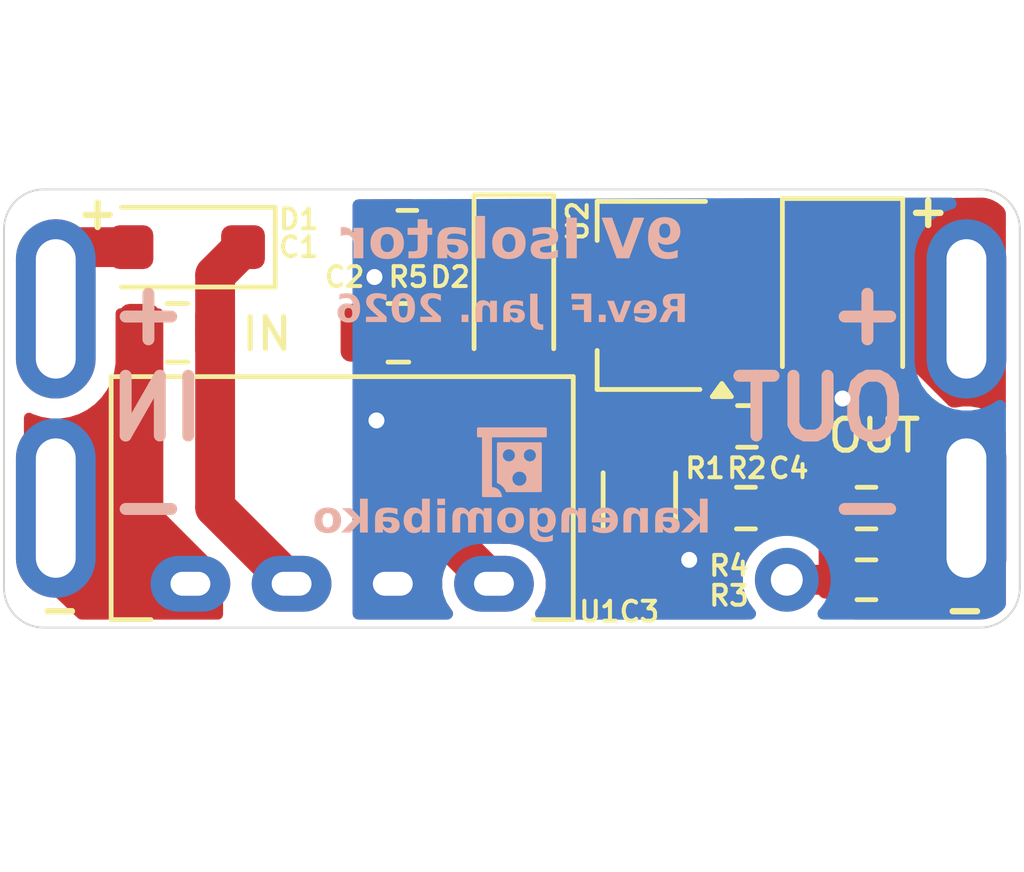
<source format=kicad_pcb>
(kicad_pcb (version 20241229) (generator "pcbnew") (generator_version "9.0")
  (layers (0 "F.Cu" signal) (2 "B.Cu" signal) (13 "F.Paste" user) (15 "B.Paste" user) (5 "F.SilkS" user "F.Silkscreen") (7 "B.SilkS" user "B.Silkscreen") (1 "F.Mask" user) (3 "B.Mask" user) (25 "Edge.Cuts" user))
  (net 0 "")
  (net 1 "GND_IN")
  (net 2 "Net-(D1-K)")
  (net 3 "GND")
  (net 4 "Net-(D2-K)")
  (net 5 "Net-(U2-ADJ)")
  (net 6 "Net-(D2-A)")
  (net 7 "Net-(D1-A)")
  (net 8 "Net-(R2-Pad2)")
  (footprint "Diode_SMD:D_SOD-123F" (layer "F.Cu") (at 12.8 2.35 -90)
    (property "Reference" "D2" (at -0.15 1.6 180) (layer "F.SilkS") (effects (font (size 0.5 0.5) (thickness 0.1))))
    (property "Value" "SM4007")
    (fp_line (start -2.21 1) (end 1.65 1) (stroke (width 0.12)) (layer "F.SilkS"))
    (fp_line (start -2.21 -1) (end -2.21 1) (stroke (width 0.12)) (layer "F.SilkS"))
    (fp_line (start -2.21 -1) (end 1.65 -1) (stroke (width 0.12)) (layer "F.SilkS"))
    (pad "1" smd roundrect (at -1.4 0 270) (size 1.1 1.1) (layers "F.Cu" "F.Mask" "F.Paste") (roundrect_rratio 0.2272727273) (net 4 "Net-(D2-K)"))
    (pad "2" smd roundrect (at 1.4 0 270) (size 1.1 1.1) (layers "F.Cu" "F.Mask" "F.Paste") (roundrect_rratio 0.2272727273) (net 6 "Net-(D2-A)"))
  )
  (footprint "myFoot:my_conn" (layer "F.Cu") (at 24.16 5.5 180)
    (property "Reference" "J2" (hide yes))
    (property "Value" "OUT")
    (pad "1" thru_hole oval (at 0 2.5 180) (size 2 4.5) (drill oval 1 3.5) (layers "*.Cu" "*.Mask") (net 6 "Net-(D2-A)"))
    (pad "2" thru_hole oval (at 0 -2.5 180) (size 2 4.5) (drill oval 1 3.5) (layers "*.Cu" "*.Mask") (net 3 "GND"))
  )
  (footprint "Resistor_SMD:R_0603_1608Metric" (layer "F.Cu") (at 21.65 9.8)
    (property "Reference" "R3" (at -3.45 0.4 0) (layer "F.SilkS") (effects (font (size 0.5 0.5) (thickness 0.1))))
    (property "Value" "4.7k")
    (fp_line (start -0.237258 -0.5) (end 0.237258 -0.5) (stroke (width 0.12)) (layer "F.SilkS"))
    (fp_line (start -0.237258 0.5) (end 0.237258 0.5) (stroke (width 0.12)) (layer "F.SilkS"))
    (pad "1" thru_hole circle (at -2 0) (size 1.6 1.6) (drill 0.8) (layers "*.Cu" "*.Mask") (net 8 "Net-(R2-Pad2)"))
    (pad "1" smd roundrect (at -0.825 0) (size 0.8 0.95) (layers "F.Cu" "F.Mask" "F.Paste") (net 8 "Net-(R2-Pad2)"))
    (pad "2" smd roundrect (at 0.825 0) (size 0.8 0.95) (layers "F.Cu" "F.Mask" "F.Paste") (net 3 "GND"))
  )
  (footprint "Resistor_SMD:R_0603_1608Metric" (layer "F.Cu") (at 10.125 1.05 180)
    (property "Reference" "R5" (at -0.025 -1.15 0) (layer "F.SilkS") (effects (font (size 0.5 0.5) (thickness 0.1))))
    (property "Value" "3.3k")
    (fp_line (start -0.237258 0.5225) (end 0.237258 0.5225) (stroke (width 0.12)) (layer "F.SilkS"))
    (pad "1" smd roundrect (at -0.825 0 180) (size 0.8 0.95) (layers "F.Cu" "F.Mask" "F.Paste") (net 4 "Net-(D2-K)"))
    (pad "2" smd roundrect (at 0.825 0 180) (size 0.8 0.95) (layers "F.Cu" "F.Mask" "F.Paste") (net 3 "GND"))
  )
  (footprint "Converter_DCDC:Converter_DCDC_Murata_MEE1SxxxxSC_THT" (layer "F.Cu") (at 8.49 9.9 90)
    (property "Reference" "U1" (at -0.7 6.46 0) (layer "F.SilkS") (effects (font (size 0.5 0.5) (thickness 0.1))))
    (property "Value" "B0912S-1WR3")
    (fp_line (start 5.2 -5.8) (end -0.9 -5.8) (stroke (width 0.12)) (layer "F.SilkS"))
    (fp_line (start -0.9 -5.8) (end -0.9 -4.8) (stroke (width 0.12)) (layer "F.SilkS"))
    (fp_line (start -0.9 4.8) (end -0.9 5.8) (stroke (width 0.12)) (layer "F.SilkS"))
    (fp_line (start 5.2 5.8) (end 5.2 -5.8) (stroke (width 0.12)) (layer "F.SilkS"))
    (fp_line (start -0.9 5.8) (end 5.2 5.8) (stroke (width 0.12)) (layer "F.SilkS"))
    (pad "1" thru_hole oval (at 0 -3.81 90) (size 1.4 2) (drill oval 0.6 1) (layers "*.Cu" "*.Mask") (net 1 "GND_IN"))
    (pad "2" thru_hole oval (at 0 -1.27 90) (size 1.4 2) (drill oval 0.6 1) (layers "*.Cu" "*.Mask") (net 2 "Net-(D1-K)"))
    (pad "3" thru_hole oval (at 0 1.27 90) (size 1.4 2) (drill oval 0.6 1) (layers "*.Cu" "*.Mask") (net 3 "GND"))
    (pad "4" thru_hole oval (at 0 3.81 90) (size 1.4 2) (drill oval 0.6 1) (layers "*.Cu" "*.Mask") (net 4 "Net-(D2-K)"))
  )
  (footprint "Package_TO_SOT_SMD:SOT-89-3" (layer "F.Cu") (at 16.25 2.6625 180)
    (property "Reference" "U2" (at 1.85 1.8625 90) (layer "F.SilkS") (effects (font (size 0.5 0.5) (thickness 0.1) (bold yes))))
    (property "Value" "LD1117AG-AD-AB3-A")
    (fp_line (start 1.36 2.36) (end -1.36 2.36) (stroke (width 0.12)) (layer "F.SilkS"))
    (fp_line (start 1.36 1.38) (end 1.36 2.36) (stroke (width 0.12)) (layer "F.SilkS"))
    (fp_line (start 1.36 -1.38) (end 1.36 -2.36) (stroke (width 0.12)) (layer "F.SilkS"))
    (fp_line (start -1.22 -2.36) (end 1.36 -2.36) (stroke (width 0.12)) (layer "F.SilkS"))
    (fp_poly (pts (xy -1.77 -2.21) (xy -2.01 -2.54) (xy -1.53 -2.54) (xy -1.77 -2.21)) (stroke (width 0.12)) (fill yes) (layer "F.SilkS"))
    (pad "1" smd roundrect (at -1.95 -1.5 180) (size 1.3 0.9) (layers "F.Cu" "F.Mask" "F.Paste") (net 5 "Net-(U2-ADJ)"))
    (pad "2" smd custom (at -1.8625 0 180) (size 1.475 0.9) (layers "F.Cu" "F.Mask" "F.Paste") (net 6 "Net-(D2-A)") (options (clearance outline) (anchor rect)) (primitives (gr_poly (pts (xy 3.8625 0.8665) (xy 0.7375 0.8665) (xy 0.7375 -0.8665) (xy 3.8625 -0.8665)) (width 0) (fill yes))))
    (pad "3" smd roundrect (at -1.95 1.5 180) (size 1.3 0.9) (layers "F.Cu" "F.Mask" "F.Paste") (net 4 "Net-(D2-K)"))
  )
  (footprint "Capacitor_SMD:C_1206_3216Metric" (layer "F.Cu") (at 15.95 7.825 90)
    (property "Reference" "C3" (at -2.775 0 0) (layer "F.SilkS") (effects (font (size 0.5 0.5) (thickness 0.1))))
    (property "Value" "47u")
    (fp_line (start -0.711252 -0.91) (end 0.711252 -0.91) (stroke (width 0.12)) (layer "F.SilkS"))
    (fp_line (start -0.711252 0.91) (end 0.711252 0.91) (stroke (width 0.12)) (layer "F.SilkS"))
    (pad "1" smd roundrect (at -1.475 0 90) (size 1.15 1.8) (layers "F.Cu" "F.Mask" "F.Paste") (roundrect_rratio 0.217391) (net 3 "GND"))
    (pad "2" smd roundrect (at 1.475 0 90) (size 1.15 1.8) (layers "F.Cu" "F.Mask" "F.Paste") (roundrect_rratio 0.217391) (net 5 "Net-(U2-ADJ)"))
  )
  (footprint "Capacitor_Tantalum_SMD:CP_EIA-3528-15_AVX-H" (layer "F.Cu") (at 21.05 2.7 -90)
    (property "Reference" "C4" (at 4.3 1.35 0) (layer "F.SilkS") (effects (font (size 0.5 0.5) (thickness 0.1) (bold yes))))
    (property "Value" "22u")
    (fp_line (start -2.47 1.51) (end 1.75 1.51) (stroke (width 0.12)) (layer "F.SilkS"))
    (fp_line (start -2.47 -1.51) (end -2.47 1.51) (stroke (width 0.12)) (layer "F.SilkS"))
    (fp_line (start 1.75 -1.51) (end -2.47 -1.51) (stroke (width 0.12)) (layer "F.SilkS"))
    (pad "1" smd roundrect (at -1.54 0 270) (size 1.34 2.39) (layers "F.Cu" "F.Mask" "F.Paste") (roundrect_rratio 0.186567) (net 6 "Net-(D2-A)"))
    (pad "2" smd roundrect (at 1.54 0 270) (size 1.34 2.39) (layers "F.Cu" "F.Mask" "F.Paste") (roundrect_rratio 0.186567) (net 3 "GND"))
  )
  (footprint "Diode_SMD:D_SOD-123F" (layer "F.Cu") (at 4.6 1.45 180)
    (property "Reference" "D1" (at -2.8 0.7 180) (layer "F.SilkS") (effects (font (size 0.5 0.5) (thickness 0.1))))
    (property "Value" "SM4007")
    (fp_line (start -2.21 1) (end 1.65 1) (stroke (width 0.12)) (layer "F.SilkS"))
    (fp_line (start -2.21 -1) (end 1.65 -1) (stroke (width 0.12)) (layer "F.SilkS"))
    (fp_line (start -2.21 -1) (end -2.21 1) (stroke (width 0.12)) (layer "F.SilkS"))
    (pad "1" smd roundrect (at -1.4 0 180) (size 1.1 1.1) (layers "F.Cu" "F.Mask" "F.Paste") (roundrect_rratio 0.2272727273) (net 2 "Net-(D1-K)"))
    (pad "2" smd roundrect (at 1.4 0 180) (size 1.1 1.1) (layers "F.Cu" "F.Mask" "F.Paste") (roundrect_rratio 0.2272727273) (net 7 "Net-(D1-A)"))
  )
  (footprint "Capacitor_SMD:C_0805_2012Metric" (layer "F.Cu") (at 9.9 3.6)
    (property "Reference" "C2" (at -1.35 -1.4 0) (layer "F.SilkS") (effects (font (size 0.5 0.5) (thickness 0.1))))
    (property "Value" "2.2u")
    (fp_line (start -0.261252 -0.735) (end 0.261252 -0.735) (stroke (width 0.12)) (layer "F.SilkS"))
    (fp_line (start -0.261252 0.735) (end 0.261252 0.735) (stroke (width 0.12)) (layer "F.SilkS"))
    (pad "1" smd roundrect (at -0.95 0) (size 1 1.45) (layers "F.Cu" "F.Mask" "F.Paste") (net 3 "GND"))
    (pad "2" smd roundrect (at 0.95 0) (size 1 1.45) (layers "F.Cu" "F.Mask" "F.Paste") (net 4 "Net-(D2-K)"))
  )
  (footprint "Capacitor_SMD:C_0805_2012Metric" (layer "F.Cu") (at 4.35 3.6)
    (property "Reference" "C1" (at 3.05 -2.15 0) (layer "F.SilkS") (effects (font (size 0.5 0.5) (thickness 0.1))))
    (property "Value" "2.2u")
    (fp_line (start -0.261252 -0.735) (end 0.261252 -0.735) (stroke (width 0.12)) (layer "F.SilkS"))
    (fp_line (start -0.261252 0.735) (end 0.261252 0.735) (stroke (width 0.12)) (layer "F.SilkS"))
    (pad "1" smd roundrect (at -0.95 0) (size 1 1.45) (layers "F.Cu" "F.Mask" "F.Paste") (net 1 "GND_IN"))
    (pad "2" smd roundrect (at 0.95 0) (size 1 1.45) (layers "F.Cu" "F.Mask" "F.Paste") (net 2 "Net-(D1-K)"))
  )
  (footprint "Resistor_SMD:R_0603_1608Metric" (layer "F.Cu") (at 18.625 8)
    (property "Reference" "R2" (at 0.025 -1 0) (layer "F.SilkS") (effects (font (size 0.5 0.5) (thickness 0.1))))
    (property "Value" "1.5k")
    (fp_line (start -0.237258 -0.5225) (end 0.237258 -0.5225) (stroke (width 0.12)) (layer "F.SilkS"))
    (fp_line (start -0.237258 0.5225) (end 0.237258 0.5225) (stroke (width 0.12)) (layer "F.SilkS"))
    (pad "1" smd roundrect (at -0.825 0) (size 0.8 0.95) (layers "F.Cu" "F.Mask" "F.Paste") (net 5 "Net-(U2-ADJ)"))
    (pad "2" smd roundrect (at 0.825 0) (size 0.8 0.95) (layers "F.Cu" "F.Mask" "F.Paste") (net 8 "Net-(R2-Pad2)"))
  )
  (footprint "Resistor_SMD:R_0603_1608Metric" (layer "F.Cu") (at 21.65 8)
    (property "Reference" "R4" (at -3.45 1.45 0) (layer "F.SilkS") (effects (font (size 0.5 0.5) (thickness 0.1))))
    (property "Value" "220R")
    (fp_line (start -0.237258 -0.5225) (end 0.237258 -0.5225) (stroke (width 0.12)) (layer "F.SilkS"))
    (fp_line (start -0.237258 0.5225) (end 0.237258 0.5225) (stroke (width 0.12)) (layer "F.SilkS"))
    (pad "1" smd roundrect (at -0.825 0) (size 0.8 0.95) (layers "F.Cu" "F.Mask" "F.Paste") (net 8 "Net-(R2-Pad2)"))
    (pad "2" smd roundrect (at 0.825 0) (size 0.8 0.95) (layers "F.Cu" "F.Mask" "F.Paste") (net 3 "GND"))
  )
  (footprint "Resistor_SMD:R_0603_1608Metric" (layer "F.Cu") (at 18.65 5.95 180)
    (property "Reference" "R1" (at 1.05 -1.05 0) (layer "F.SilkS") (effects (font (size 0.5 0.5) (thickness 0.1))))
    (property "Value" "270R")
    (fp_line (start -0.237258 0.5225) (end 0.237258 0.5225) (stroke (width 0.12)) (layer "F.SilkS"))
    (fp_line (start -0.237258 -0.5225) (end 0.237258 -0.5225) (stroke (width 0.12)) (layer "F.SilkS"))
    (pad "1" smd roundrect (at -0.825 0 180) (size 0.8 0.95) (layers "F.Cu" "F.Mask" "F.Paste") (net 6 "Net-(D2-A)"))
    (pad "2" smd roundrect (at 0.825 0 180) (size 0.8 0.95) (layers "F.Cu" "F.Mask" "F.Paste") (net 5 "Net-(U2-ADJ)"))
  )
  (footprint "myFoot:my_conn" (layer "F.Cu") (at 1.3 5.5 180)
    (property "Reference" "J1" (hide yes))
    (property "Value" "IN")
    (pad "1" thru_hole oval (at 0 2.5 180) (size 2 4.5) (drill oval 1 3.5) (layers "*.Cu" "*.Mask") (net 7 "Net-(D1-A)"))
    (pad "2" thru_hole oval (at 0 -2.5 180) (size 2 4.5) (drill oval 1 3.5) (layers "*.Cu" "*.Mask") (net 1 "GND_IN"))
  )
  (footprint "myFoot:kanen_logo" (layer "B.Cu") (at 12.75 6.85 180)
    (property "Reference" "G***" (hide yes))
    (property "Value" "LOGO" (hide yes))
    (fp_poly (pts (xy 0.149158 0.876373) (xy 0.194696 0.876372) (xy 0.238219 0.876371) (xy 0.279775 0.876368) (xy 0.319408 0.876365) (xy 0.357165 0.876361) (xy 0.393091 0.876356) (xy 0.427232 0.87635) (xy 0.459635 0.876343) (xy 0.490345 0.876334) (xy 0.519407 0.876324) (xy 0.546869 0.876313) (xy 0.572776 0.876299) (xy 0.597173 0.876284) (xy 0.620107 0.876267) (xy 0.641624 0.876248) (xy 0.661769 0.876227) (xy 0.680588 0.876204) (xy 0.698128 0.876178) (xy 0.714434 0.87615) (xy 0.729551 0.876119) (xy 0.743527 0.876085) (xy 0.756407 0.876049) (xy 0.768237 0.87601) (xy 0.779062 0.875967) (xy 0.788929 0.875922) (xy 0.797883 0.875873) (xy 0.805971 0.875821) (xy 0.813238 0.875765) (xy 0.81973 0.875706) (xy 0.825493 0.875643) (xy 0.830574 0.875577) (xy 0.835017 0.875506) (xy 0.838869 0.875431) (xy 0.842176 0.875352) (xy 0.844983 0.875269) (xy 0.847337 0.875181) (xy 0.849284 0.875089) (xy 0.850868 0.874993) (xy 0.852137 0.874891) (xy 0.853136 0.874785) (xy 0.853912 0.874674) (xy 0.854509 0.874557) (xy 0.854974 0.874436) (xy 0.855352 0.874309) (xy 0.855463 0.874267) (xy 0.861452 0.871) (xy 0.867096 0.86621) (xy 0.871712 0.860546) (xy 0.873782 0.856829) (xy 0.876373 0.851099) (xy 0.876689 0.751099) (xy 0.876748 0.73351) (xy 0.876801 0.71798) (xy 0.876837 0.704371) (xy 0.876846 0.692542) (xy 0.87682 0.682357) (xy 0.876747 0.673676) (xy 0.876617 0.666361) (xy 0.876422 0.660272) (xy 0.876151 0.655271) (xy 0.875793 0.65122) (xy 0.87534 0.647979) (xy 0.87478 0.64541) (xy 0.874105 0.643375) (xy 0.873304 0.641733) (xy 0.872368 0.640348) (xy 0.871285 0.639079) (xy 0.870048 0.637789) (xy 0.868644 0.636338) (xy 0.868457 0.636139) (xy 0.864786 0.632823) (xy 0.860512 0.629815) (xy 0.857927 0.628415) (xy 0.856546 0.627807) (xy 0.8552 0.6273) (xy 0.853678 0.626885) (xy 0.851773 0.62655) (xy 0.849274 0.626285) (xy 0.845974 0.626078) (xy 0.841662 0.625919) (xy 0.836129 0.625796) (xy 0.829167 0.625698) (xy 0.820567 0.625616) (xy 0.810119 0.625537) (xy 0.801927 0.62548) (xy 0.751658 0.625135) (xy 0.751378 -0.112432) (xy 0.751098 -0.85) (xy 0.748562 -0.855603) (xy 0.7446 -0.86202) (xy 0.739078 -0.867732) (xy 0.732629 -0.872106) (xy 0.731318 -0.872749) (xy 0.725824 -0.875274) (xy 0.487473 -0.875566) (xy 0.249123 -0.875858) (xy 0.249764 -0.860731) (xy 0.251811 -0.838235) (xy 0.256013 -0.816055) (xy 0.262343 -0.794271) (xy 0.270769 -0.77296) (xy 0.281264 -0.752202) (xy 0.293799 -0.732074) (xy 0.301419 -0.721477) (xy 0.305529 -0.716421) (xy 0.310928 -0.710359) (xy 0.317213 -0.703691) (xy 0.323984 -0.696818) (xy 0.33084 -0.690141) (xy 0.337381 -0.68406) (xy 0.343206 -0.678977) (xy 0.346751 -0.676144) (xy 0.366455 -0.662555) (xy 0.386851 -0.650968) (xy 0.407848 -0.641419) (xy 0.429357 -0.633941) (xy 0.451286 -0.628567) (xy 0.473545 -0.62533) (xy 0.485439 -0.624494) (xy 0.5 -0.623846) (xy 0.5 0.000708) (xy 0.5 0.625263) (xy -0.17555 0.625544) (xy -0.851099 0.625825) (xy -0.856829 0.628415) (xy -0.862712 0.632038) (xy -0.868127 0.637116) (xy -0.872427 0.642967) (xy -0.874267 0.646735) (xy -0.874629 0.647744) (xy -0.874946 0.64887) (xy -0.875223 0.650255) (xy -0.875462 0.652039) (xy -0.875665 0.654364) (xy -0.875835 0.65737) (xy -0.875976 0.661197) (xy -0.87609 0.665987) (xy -0.87618 0.671881) (xy -0.876249 0.679019) (xy -0.876299 0.687542) (xy -0.876334 0.69759) (xy -0.876356 0.709306) (xy -0.876368 0.722829) (xy -0.876373 0.738301) (xy -0.876374 0.751649) (xy -0.876374 0.851099) (xy -0.873783 0.856829) (xy -0.870161 0.862712) (xy -0.865083 0.868127) (xy -0.859232 0.872427) (xy -0.855464 0.874267) (xy -0.855103 0.874396) (xy -0.854671 0.874519) (xy -0.854121 0.874637) (xy -0.853408 0.87475) (xy -0.852486 0.874858) (xy -0.851308 0.874961) (xy -0.84983 0.875059) (xy -0.848005 0.875152) (xy -0.845786 0.875241) (xy -0.843129 0.875326) (xy -0.839988 0.875406) (xy -0.836315 0.875482) (xy -0.832067 0.875554) (xy -0.827196 0.875622) (xy -0.821656 0.875686) (xy -0.815403 0.875747) (xy -0.808389 0.875804) (xy -0.80057 0.875857) (xy -0.791898 0.875907) (xy -0.782329 0.875953) (xy -0.771816 0.875996) (xy -0.760314 0.876037) (xy -0.747776 0.876074) (xy -0.734156 0.876108) (xy -0.71941 0.87614) (xy -0.70349 0.876169) (xy -0.686351 0.876196) (xy -0.667947 0.87622) (xy -0.648232 0.876242) (xy -0.62716 0.876261) (xy -0.604686 0.876279) (xy -0.580763 0.876295) (xy -0.555345 0.876309) (xy -0.528387 0.876321) (xy -0.499843 0.876331) (xy -0.469666 0.87634) (xy -0.437811 0.876348) (xy -0.404232 0.876355) (xy -0.368884 0.87636) (xy -0.331719 0.876364) (xy -0.292693 0.876367) (xy -0.251759 0.87637) (xy -0.208871 0.876372) (xy -0.163984 0.876373) (xy -0.117052 0.876374) (xy -0.068028 0.876374) (xy -0.016867 0.876374) (xy 0 0.876374) (xy 0.051855 0.876374) (xy 0.10156 0.876374)) (fill yes) (layer "B.SilkS"))
    (fp_poly (pts (xy -0.10807 0.501648) (xy -0.071301 0.501647) (xy -0.036555 0.501645) (xy -0.003775 0.501642) (xy 0.027096 0.501638) (xy 0.056118 0.501632) (xy 0.083348 0.501624) (xy 0.108844 0.501614) (xy 0.132664 0.501603) (xy 0.154866 0.501588) (xy 0.175508 0.501572) (xy 0.194648 0.501552) (xy 0.212344 0.501529) (xy 0.228653 0.501503) (xy 0.243635 0.501473) (xy 0.257346 0.501439) (xy 0.269845 0.501402) (xy 0.28119 0.50136) (xy 0.291439 0.501314) (xy 0.30065 0.501263) (xy 0.30888 0.501207) (xy 0.316188 0.501146) (xy 0.322632 0.50108) (xy 0.32827 0.501008) (xy 0.333159 0.500931) (xy 0.337358 0.500847) (xy 0.340924 0.500757) (xy 0.343916 0.50066) (xy 0.346392 0.500557) (xy 0.348409 0.500447) (xy 0.350025 0.50033) (xy 0.3513 0.500205) (xy 0.352289 0.500073) (xy 0.353052 0.499933) (xy 0.353647 0.499785) (xy 0.354131 0.499629) (xy 0.354364 0.499542) (xy 0.360353 0.496275) (xy 0.365997 0.491485) (xy 0.370613 0.48582) (xy 0.372684 0.482104) (xy 0.375274 0.476374) (xy 0.375557 -0.022528) (xy 0.37584 -0.52143) (xy 0.368414 -0.524015) (xy 0.361497 -0.52663) (xy 0.35327 -0.530074) (xy 0.344327 -0.534079) (xy 0.335261 -0.538377) (xy 0.326668 -0.5427) (xy 0.324522 -0.543828) (xy 0.29991 -0.558135) (xy 0.27651 -0.574238) (xy 0.254421 -0.592036) (xy 0.233744 -0.611432) (xy 0.214578 -0.632323) (xy 0.197024 -0.654612) (xy 0.18118 -0.678198) (xy 0.169102 -0.699247) (xy 0.164822 -0.707607) (xy 0.160494 -0.716598) (xy 0.156386 -0.725627) (xy 0.152766 -0.7341) (xy 0.149903 -0.741423) (xy 0.149293 -0.743131) (xy 0.14671 -0.750549) (xy -0.286261 -0.75042) (xy -0.317032 -0.750408) (xy -0.347264 -0.750393) (xy -0.376882 -0.750374) (xy -0.40581 -0.750351) (xy -0.433972 -0.750325) (xy -0.461294 -0.750295) (xy -0.487701 -0.750262) (xy -0.513117 -0.750226) (xy -0.537466 -0.750187) (xy -0.560674 -0.750146) (xy -0.582665 -0.750102) (xy -0.603364 -0.750056) (xy -0.622695 -0.750007) (xy -0.640585 -0.749957) (xy -0.656956 -0.749904) (xy -0.671734 -0.74985) (xy -0.684844 -0.749795) (xy -0.69621 -0.749738) (xy -0.705757 -0.74968) (xy -0.71341 -0.749622) (xy -0.719093 -0.749562) (xy -0.722732 -0.749502) (xy -0.724251 -0.749441) (xy -0.724264 -0.749439) (xy -0.73176 -0.747103) (xy -0.738564 -0.742934) (xy -0.744254 -0.737281) (xy -0.748407 -0.730492) (xy -0.749005 -0.729056) (xy -0.749157 -0.72863) (xy -0.749301 -0.728122) (xy -0.749437 -0.727476) (xy -0.749567 -0.726637) (xy -0.74969 -0.725552) (xy -0.749806 -0.724165) (xy -0.749915 -0.722421) (xy -0.750018 -0.720266) (xy -0.750115 -0.717644) (xy -0.750206 -0.714502) (xy -0.750291 -0.710784) (xy -0.750371 -0.706436) (xy -0.750445 -0.701402) (xy -0.750514 -0.695628) (xy -0.750578 -0.68906) (xy -0.750637 -0.681642) (xy -0.750691 -0.673319) (xy -0.750741 -0.664038) (xy -0.750787 -0.653742) (xy -0.750829 -0.642378) (xy -0.750867 -0.629891) (xy -0.750901 -0.616225) (xy -0.750932 -0.601326) (xy -0.750959 -0.58514) (xy -0.750983 -0.567611) (xy -0.751004 -0.548684) (xy -0.751023 -0.528306) (xy -0.751039 -0.506421) (xy -0.751052 -0.482974) (xy -0.751064 -0.457911) (xy -0.751073 -0.431176) (xy -0.75108 -0.405752) (xy -0.364849 -0.405752) (xy -0.364774 -0.422441) (xy -0.363235 -0.438556) (xy -0.362682 -0.44205) (xy -0.358374 -0.460817) (xy -0.352036 -0.478904) (xy -0.34377 -0.49616) (xy -0.333678 -0.512437) (xy -0.321861 -0.527585) (xy -0.308422 -0.541453) (xy -0.293464 -0.553893) (xy -0.28022 -0.56287) (xy -0.267382 -0.569885) (xy -0.253177 -0.576096) (xy -0.238376 -0.581213) (xy -0.223749 -0.584943) (xy -0.21985 -0.585688) (xy -0.210047 -0.586974) (xy -0.198871 -0.587704) (xy -0.187072 -0.587879) (xy -0.175402 -0.587498) (xy -0.164615 -0.586559) (xy -0.159049 -0.585758) (xy -0.140282 -0.58145) (xy -0.122195 -0.575112) (xy -0.104938 -0.566846) (xy -0.088661 -0.556753) (xy -0.073514 -0.544937) (xy -0.059646 -0.531498) (xy -0.047206 -0.51654) (xy -0.038229 -0.503296) (xy -0.02916 -0.48648) (xy -0.022111 -0.468813) (xy -0.017093 -0.450331) (xy -0.014116 -0.431073) (xy -0.013187 -0.412087) (xy -0.014211 -0.392056) (xy -0.017278 -0.372831) (xy -0.022386 -0.354421) (xy -0.029531 -0.336836) (xy -0.038709 -0.320085) (xy -0.049916 -0.304177) (xy -0.062574 -0.289714) (xy -0.077138 -0.276146) (xy -0.092722 -0.264519) (xy -0.109269 -0.254855) (xy -0.126721 -0.24718) (xy -0.14502 -0.241518) (xy -0.164108 -0.237892) (xy -0.183928 -0.236329) (xy -0.189011 -0.236263) (xy -0.209006 -0.237305) (xy -0.228283 -0.240415) (xy -0.246786 -0.245568) (xy -0.264456 -0.252741) (xy -0.281235 -0.261907) (xy -0.297067 -0.273044) (xy -0.311893 -0.286127) (xy -0.315449 -0.289714) (xy -0.326976 -0.302668) (xy -0.336719 -0.315932) (xy -0.344958 -0.329977) (xy -0.351979 -0.34527) (xy -0.356705 -0.358114) (xy -0.360772 -0.373002) (xy -0.363501 -0.389077) (xy -0.364849 -0.405752) (xy -0.75108 -0.405752) (xy -0.751081 -0.402716) (xy -0.751087 -0.372475) (xy -0.751091 -0.340398) (xy -0.751095 -0.306431) (xy -0.751097 -0.27052) (xy -0.751098 -0.232608) (xy -0.751099 -0.192642) (xy -0.751099 -0.150566) (xy -0.751099 -0.123626) (xy -0.751099 0.175684) (xy -0.601056 0.175684) (xy -0.600966 0.167468) (xy -0.600641 0.159871) (xy -0.600081 0.153597) (xy -0.599918 0.152409) (xy -0.597322 0.139852) (xy -0.593295 0.126604) (xy -0.588109 0.113363) (xy -0.582035 0.10083) (xy -0.575973 0.090643) (xy -0.567745 0.07963) (xy -0.557921 0.068823) (xy -0.547071 0.058793) (xy -0.535766 0.050107) (xy -0.534292 0.049105) (xy -0.522847 0.042337) (xy -0.509975 0.036251) (xy -0.496413 0.031139) (xy -0.482896 0.027295) (xy -0.475825 0.025841) (xy -0.470275 0.025145) (xy -0.46318 0.024657) (xy -0.455184 0.024383) (xy -0.446931 0.024328) (xy -0.439065 0.024501) (xy -0.432229 0.024907) (xy -0.428233 0.025358) (xy -0.415975 0.027884) (xy -0.402997 0.03179) (xy -0.390023 0.036797) (xy -0.377774 0.042625) (xy -0.366971 0.048997) (xy -0.366808 0.049105) (xy -0.355487 0.057574) (xy -0.344545 0.067462) (xy -0.334555 0.0782) (xy -0.326087 0.089218) (xy -0.325127 0.090643) (xy -0.318481 0.101926) (xy -0.312477 0.114552) (xy -0.307386 0.127822) (xy -0.303478 0.141036) (xy -0.301182 0.152409) (xy -0.300568 0.158278) (xy -0.300188 0.165631) (xy -0.300044 0.173767) (xy -0.300065 0.175684) (xy -0.074682 0.175684) (xy -0.074592 0.167468) (xy -0.074267 0.159871) (xy -0.073707 0.153597) (xy -0.073544 0.152409) (xy -0.070948 0.139852) (xy -0.066921 0.126604) (xy -0.061735 0.113363) (xy -0.055662 0.10083) (xy -0.0496 0.090643) (xy -0.041372 0.07963) (xy -0.031547 0.068823) (xy -0.020697 0.058793) (xy -0.009393 0.050107) (xy -0.007918 0.049105) (xy 0.003527 0.042337) (xy 0.016399 0.036251) (xy 0.029961 0.031139) (xy 0.043477 0.027295) (xy 0.050549 0.025841) (xy 0.056099 0.025145) (xy 0.063194 0.024657) (xy 0.07119 0.024383) (xy 0.079443 0.024328) (xy 0.087309 0.024501) (xy 0.094145 0.024907) (xy 0.098141 0.025358) (xy 0.110399 0.027884) (xy 0.123376 0.03179) (xy 0.136351 0.036797) (xy 0.1486 0.042625) (xy 0.159402 0.048997) (xy 0.159566 0.049105) (xy 0.170887 0.057574) (xy 0.181829 0.067462) (xy 0.191819 0.0782) (xy 0.200287 0.089218) (xy 0.201247 0.090643) (xy 0.207893 0.101926) (xy 0.213897 0.114552) (xy 0.218988 0.127822) (xy 0.222895 0.141036) (xy 0.225192 0.152409) (xy 0.225806 0.158278) (xy 0.226185 0.165631) (xy 0.22633 0.173767) (xy 0.226239 0.181984) (xy 0.225914 0.18958) (xy 0.225354 0.195855) (xy 0.225192 0.197043) (xy 0.222595 0.2096) (xy 0.218569 0.222848) (xy 0.213383 0.236088) (xy 0.207309 0.248621) (xy 0.201247 0.258809) (xy 0.193019 0.269822) (xy 0.183194 0.280628) (xy 0.172344 0.290659) (xy 0.16104 0.299345) (xy 0.159566 0.300346) (xy 0.148793 0.306724) (xy 0.136562 0.312564) (xy 0.123594 0.317587) (xy 0.110611 0.321513) (xy 0.098335 0.324064) (xy 0.098141 0.324094) (xy 0.092271 0.324708) (xy 0.084918 0.325087) (xy 0.076782 0.325232) (xy 0.068566 0.325142) (xy 0.060969 0.324816) (xy 0.054695 0.324257) (xy 0.053507 0.324094) (xy 0.041248 0.321568) (xy 0.028271 0.317662) (xy 0.015297 0.312655) (xy 0.003047 0.306826) (xy -0.007755 0.300455) (xy -0.007918 0.300346) (xy -0.01924 0.291877) (xy -0.030181 0.281989) (xy -0.040172 0.271252) (xy -0.04864 0.260233) (xy -0.0496 0.258809) (xy -0.056245 0.247526) (xy -0.062249 0.234899) (xy -0.067341 0.221629) (xy -0.071248 0.208415) (xy -0.073544 0.197043) (xy -0.074158 0.191173) (xy -0.074538 0.18382) (xy -0.074682 0.175684) (xy -0.300065 0.175684) (xy -0.300134 0.181984) (xy -0.300459 0.18958) (xy -0.301019 0.195855) (xy -0.301182 0.197043) (xy -0.303778 0.2096) (xy -0.307805 0.222848) (xy -0.312991 0.236088) (xy -0.319065 0.248621) (xy -0.325127 0.258809) (xy -0.333355 0.269822) (xy -0.343179 0.280628) (xy -0.354029 0.290659) (xy -0.365334 0.299345) (xy -0.366808 0.300346) (xy -0.37758 0.306724) (xy -0.389811 0.312564) (xy -0.40278 0.317587) (xy -0.415763 0.321513) (xy -0.428039 0.324064) (xy -0.428233 0.324094) (xy -0.434102 0.324708) (xy -0.441456 0.325087) (xy -0.449591 0.325232) (xy -0.457808 0.325142) (xy -0.465404 0.324816) (xy -0.471679 0.324257) (xy -0.472867 0.324094) (xy -0.485125 0.321568) (xy -0.498103 0.317662) (xy -0.511077 0.312655) (xy -0.523326 0.306826) (xy -0.534129 0.300455) (xy -0.534292 0.300346) (xy -0.545613 0.291877) (xy -0.556555 0.281989) (xy -0.566545 0.271252) (xy -0.575013 0.260233) (xy -0.575973 0.258809) (xy -0.582619 0.247526) (xy -0.588623 0.234899) (xy -0.593714 0.221629) (xy -0.597622 0.208415) (xy -0.599918 0.197043) (xy -0.600532 0.191173) (xy -0.600911 0.18382) (xy -0.601056 0.175684) (xy -0.751099 0.175684) (xy -0.751099 0.476374) (xy -0.748509 0.482104) (xy -0.744886 0.487986) (xy -0.739808 0.493402) (xy -0.733957 0.497701) (xy -0.730189 0.499542) (xy -0.729741 0.499703) (xy -0.729212 0.499855) (xy -0.728546 0.499999) (xy -0.727684 0.500136) (xy -0.726569 0.500264) (xy -0.725143 0.500386) (xy -0.723346 0.500499) (xy -0.721123 0.500606) (xy -0.718413 0.500706) (xy -0.715161 0.5008) (xy -0.711306 0.500887) (xy -0.706793 0.500967) (xy -0.701562 0.501042) (xy -0.695555 0.501112) (xy -0.688716 0.501175) (xy -0.680985 0.501234) (xy -0.672304 0.501287) (xy -0.662616 0.501336) (xy -0.651864 0.50138) (xy -0.639987 0.50142) (xy -0.62693 0.501456) (xy -0.612633 0.501487) (xy -0.597039 0.501515) (xy -0.58009 0.50154) (xy -0.561728 0.501561) (xy -0.541895 0.50158) (xy -0.520533 0.501595) (xy -0.497583 0.501608) (xy -0.472989 0.501619) (xy -0.446691 0.501628) (xy -0.418633 0.501635) (xy -0.388755 0.50164) (xy -0.357 0.501644) (xy -0.323311 0.501646) (xy -0.287628 0.501648) (xy -0.249895 0.501649) (xy -0.210053 0.501649) (xy -0.187913 0.501649) (xy -0.146921 0.501649)) (fill yes) (layer "B.SilkS"))
  )
  (gr_arc (start 25.5 10) (mid 25.207107 10.707107) (end 24.5 11) (stroke (width 0.05)) (layer "Edge.Cuts"))
  (gr_arc (start 1 11) (mid 0.292893 10.707107) (end 0 10) (stroke (width 0.05)) (layer "Edge.Cuts"))
  (gr_line (start 25.5 1) (end 25.5 10) (stroke (width 0.05)) (layer "Edge.Cuts"))
  (gr_arc (start 0 1) (mid 0.292893 0.292893) (end 1 0) (stroke (width 0.05)) (layer "Edge.Cuts"))
  (gr_line (start 2 11) (end 1 11) (stroke (width 0.05)) (layer "Edge.Cuts"))
  (gr_arc (start 24.5 0) (mid 25.207107 0.292893) (end 25.5 1) (stroke (width 0.05)) (layer "Edge.Cuts"))
  (gr_line (start 0 10) (end 0 1) (stroke (width 0.05)) (layer "Edge.Cuts"))
  (gr_line (start 1 0) (end 24.5 0) (stroke (width 0.05)) (layer "Edge.Cuts"))
  (gr_line (start 2 11) (end 24.5 11) (stroke (width 0.05)) (layer "Edge.Cuts"))
  (gr_text "-" (at 24.12 11 0) (layer "F.SilkS") (effects (font (size 0.8 0.8) (thickness 0.16) (bold yes)) (justify bottom)))
  (gr_text "+" (at 2.35 1.05 0) (layer "F.SilkS") (effects (font (size 0.8 0.8) (thickness 0.16) (bold yes)) (justify bottom)))
  (gr_text "+" (at 23.2 1 0) (layer "F.SilkS") (effects (font (size 0.8 0.8) (thickness 0.16) (bold yes)) (justify bottom)))
  (gr_text "IN" (at 6.6 4.1 0) (layer "F.SilkS") (effects (font (size 0.8 0.8) (thickness 0.13)) (justify bottom)))
  (gr_text "-" (at 1.4 11 0) (layer "F.SilkS") (effects (font (size 0.8 0.8) (thickness 0.16) (bold yes)) (justify bottom)))
  (gr_text "OUT" (at 21.85 6.65 0) (layer "F.SilkS") (effects (font (size 0.8 0.8) (thickness 0.13)) (justify bottom)))
  (gr_text "Rev.F  Jan. 2026" (at 12.75 3.45 0) (layer "B.SilkS") (effects (font (size 0.7 0.7) (thickness 0.11) (bold yes)) (justify bottom mirror)))
  (gr_text "+\nIN\n-" (at 2.5 5.5 0) (layer "B.SilkS") (effects (font (size 1.5 1.5) (thickness 0.3) (bold yes)) (justify right mirror)))
  (gr_text "9V Isolator" (at 12.75 1.9 0) (layer "B.SilkS") (effects (font (size 1 1) (thickness 0.2) (bold yes)) (justify bottom mirror)))
  (gr_text "kanengomibako" (at 12.75 8.75 0) (layer "B.SilkS") (effects (font (size 0.8 0.8) (thickness 0.11) (bold yes)) (justify bottom mirror)))
  (gr_text "+\nOUT\n-" (at 22.8 5.5 0) (layer "B.SilkS") (effects (font (size 1.5 1.5) (thickness 0.3) (bold yes)) (justify left mirror)))
  (segment (start 5.3 7.98) (end 7.22 9.9) (width 1) (layer "F.Cu") (net 2))
  (segment (start 5.3 3.6) (end 5.3 7.98) (width 1) (layer "F.Cu") (net 2))
  (segment (start 5.3 2.15) (end 6 1.45) (width 1) (layer "F.Cu") (net 2))
  (segment (start 5.3 3.6) (end 5.3 2.15) (width 1) (layer "F.Cu") (net 2))
  (segment (start 22.4 5.25) (end 24.16 7.01) (width 1) (layer "F.Cu") (net 3))
  (segment (start 21.05 5.25) (end 21.05 4.24) (width 1) (layer "F.Cu") (net 3))
  (segment (start 21.05 5.25) (end 22.4 5.25) (width 1) (layer "F.Cu") (net 3))
  (segment (start 24.16 7.01) (end 24.16 8) (width 1) (layer "F.Cu") (net 3))
  (segment (start 15.95 9.3) (end 17.2 9.3) (width 1) (layer "F.Cu") (net 3))
  (segment (start 22.475 8) (end 22.475 9.8) (width 0.75) (layer "F.Cu") (net 3))
  (via (at 9.35 5.8) (size 0.8) (drill 0.4) (layers "F.Cu" "B.Cu") (net 3))
  (via (at 21.05 5.25) (size 0.8) (drill 0.4) (layers "F.Cu" "B.Cu") (net 3))
  (via (at 9.3 2.2) (size 0.8) (drill 0.4) (layers "F.Cu" "B.Cu") (net 3))
  (via (at 17.2 9.3) (size 0.8) (drill 0.4) (layers "F.Cu" "B.Cu") (net 3))
  (segment (start 10.85 1.15) (end 10.95 1.05) (width 1) (layer "F.Cu") (net 4))
  (segment (start 10.85 3.6) (end 10.85 8.45) (width 1) (layer "F.Cu") (net 4))
  (segment (start 10.95 1.05) (end 12.7 1.05) (width 1) (layer "F.Cu") (net 4))
  (segment (start 10.85 3.6) (end 10.85 1.15) (width 1) (layer "F.Cu") (net 4))
  (segment (start 12.8 0.95) (end 17.9875 0.95) (width 1) (layer "F.Cu") (net 4))
  (segment (start 10.85 8.45) (end 12.3 9.9) (width 1) (layer "F.Cu") (net 4))
  (segment (start 17.9875 0.95) (end 18.2 1.1625) (width 1) (layer "F.Cu") (net 4))
  (segment (start 12.7 1.05) (end 12.8 0.95) (width 1) (layer "F.Cu") (net 4))
  (segment (start 17.825 4.5375) (end 18.2 4.1625) (width 0.75) (layer "F.Cu") (net 5))
  (segment (start 17.825 5.95) (end 17.825 7.975) (width 0.75) (layer "F.Cu") (net 5))
  (segment (start 17.825 5.95) (end 17.825 4.5375) (width 0.75) (layer "F.Cu") (net 5))
  (segment (start 17.825 7.975) (end 17.8 8) (width 0.75) (layer "F.Cu") (net 5))
  (segment (start 15.95 6.35) (end 17.425 6.35) (width 0.75) (layer "F.Cu") (net 5))
  (segment (start 17.425 6.35) (end 17.825 5.95) (width 0.75) (layer "F.Cu") (net 5))
  (segment (start 1.5 1.45) (end 1.5 2.8) (width 1) (layer "F.Cu") (net 7))
  (segment (start 3.2 1.45) (end 1.5 1.45) (width 1) (layer "F.Cu") (net 7))
  (segment (start 1.5 2.8) (end 1.3 3) (width 1) (layer "F.Cu") (net 7))
  (segment (start 19.65 9.8) (end 20.825 9.8) (width 0.75) (layer "F.Cu") (net 8))
  (segment (start 19.45 8) (end 20.825 8) (width 0.75) (layer "F.Cu") (net 8))
  (segment (start 20.825 9.8) (end 20.825 8) (width 0.75) (layer "F.Cu") (net 8))
  (zone (net 6) (net_name "Net-(D2-A)") (layer "F.Cu") (priority 1) (connect_pads yes (clearance 0.3)) (min_thickness 0.4) (fill yes (thermal_gap 0.3) (thermal_bridge_width 1))
    (polygon (pts (xy 11.35 10.95) (xy 11.35 0.35) (xy 25.15 0.2) (xy 25.15 10.8)))
  )
  (zone (net 1) (net_name "GND_IN") (layer "F.Cu") (priority 1) (connect_pads yes (clearance 0.5)) (min_thickness 0.25) (fill yes (thermal_gap 0.5) (thermal_bridge_width 0.5))
    (polygon (pts (xy 5.5 10.9) (xy 5.5 9.6) (xy 4 8.1) (xy 4 2.983871) (xy 0.5 2.983871) (xy 0.5 9.483871) (xy 2 10.9)))
  )
  (zone (net 3) (net_name "GND") (layers "F.Cu" "B.Cu") (connect_pads yes (clearance 0.3)) (min_thickness 0.3) (fill yes (thermal_gap 0.3) (thermal_bridge_width 1))
    (polygon (pts (xy 8.75 10.85) (xy 8.75 0.25) (xy 25.15 0.2) (xy 25.15 10.8)))
  )
)
</source>
